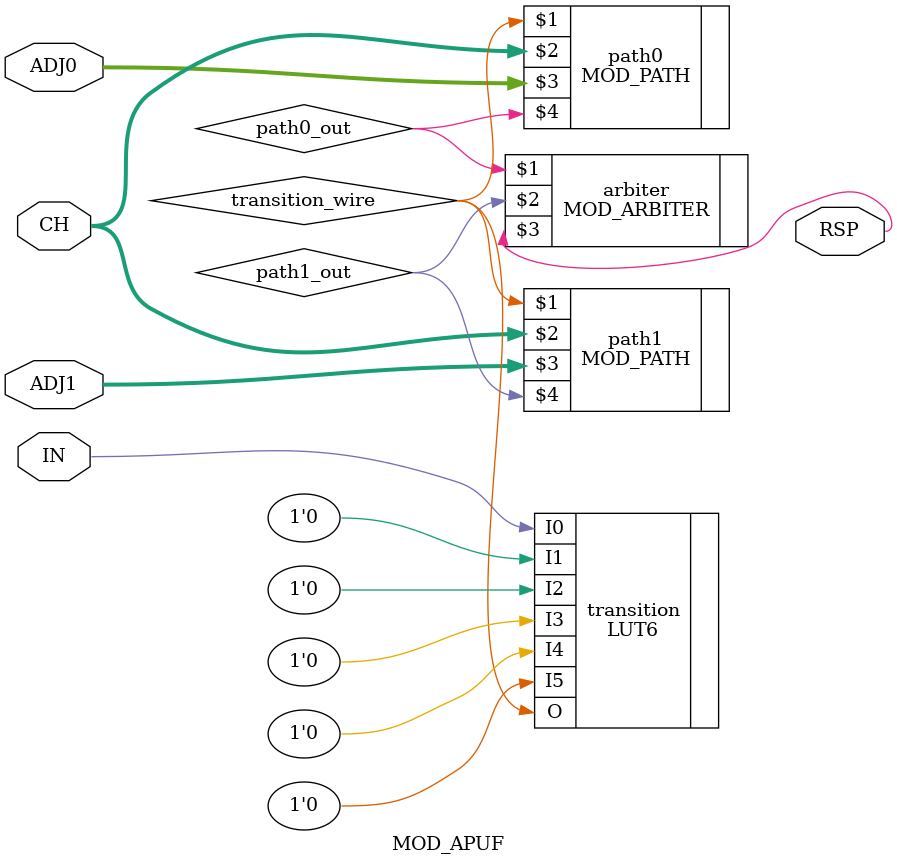
<source format=v>
/*
自调整PUF的实现
*/
module MOD_APUF
(
  input IN, //输入信号，用于产生跳变
  input [31:0]CH, //激励
  input [31:0]ADJ0, //调整信号0
  input [31:0]ADJ1, //调整信号1
  output RSP //产生响应比特
);

(* dont_touch = "true" *) wire transition_wire,path0_out,path1_out;
(* dont_touch = "true" *) LUT6 #(.INIT(2'b10)) transition(.I0(IN), .I1(1'b0), .I2(1'b0), .I3(1'b0), .I4(1'b0), .I5(1'b0), .O(transition_wire));
(* dont_touch = "true" *) MOD_PATH path0(transition_wire,CH,ADJ0,path0_out);
(* dont_touch = "true" *) MOD_PATH path1(transition_wire,CH,ADJ1,path1_out);
(* dont_touch = "true" *) MOD_ARBITER arbiter(path0_out,path1_out,RSP);

endmodule

</source>
